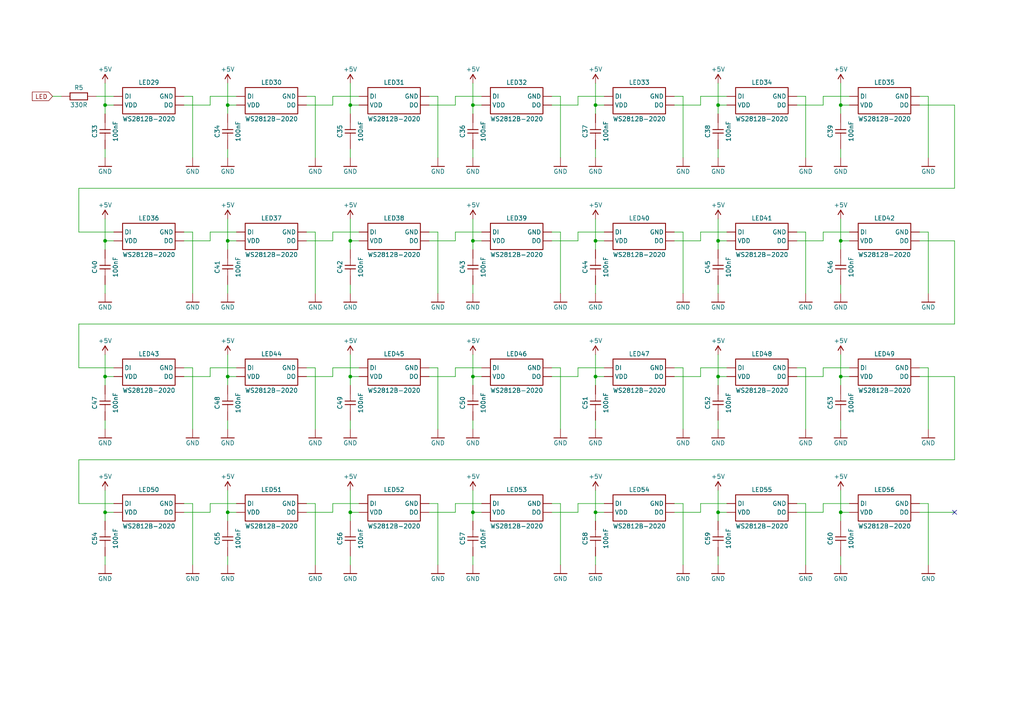
<source format=kicad_sch>
(kicad_sch (version 20250114) (generator "eeschema") (generator_version "9.0")
  (paper "A4")
  (title_block (title "PF 2026") (date "2025-12-15") (rev "R1.0"))
  (junction (at 137.16 30.48))
  (junction (at 172.72 109.22))
  (junction (at 137.16 148.59))
  (junction (at 208.28 69.85))
  (junction (at 243.84 148.59))
  (junction (at 208.28 109.22))
  (junction (at 243.84 69.85))
  (junction (at 66.04 109.22))
  (junction (at 66.04 30.48))
  (junction (at 66.04 148.59))
  (junction (at 243.84 109.22))
  (junction (at 172.72 30.48))
  (junction (at 30.48 148.59))
  (junction (at 208.28 148.59))
  (junction (at 30.48 69.85))
  (junction (at 30.48 30.48))
  (junction (at 101.6 30.48))
  (junction (at 137.16 109.22))
  (junction (at 172.72 69.85))
  (junction (at 101.6 69.85))
  (junction (at 243.84 30.48))
  (junction (at 172.72 148.59))
  (junction (at 30.48 109.22))
  (junction (at 137.16 69.85))
  (junction (at 66.04 69.85))
  (junction (at 101.6 109.22))
  (junction (at 208.28 30.48))
  (junction (at 101.6 148.59))
  (no_connect (at 276.86 148.59))
  (wire (pts (xy 167.64 30.48) (xy 167.64 27.94)))
  (wire (pts (xy 172.72 43.18) (xy 172.72 45.72)))
  (wire (pts (xy 101.6 151.13) (xy 101.6 148.59)))
  (wire (pts (xy 91.44 146.05) (xy 88.9 146.05)))
  (wire (pts (xy 167.64 27.94) (xy 175.26 27.94)))
  (wire (pts (xy 167.64 146.05) (xy 175.26 146.05)))
  (wire (pts (xy 203.2 30.48) (xy 203.2 27.94)))
  (wire (pts (xy 66.04 69.85) (xy 68.58 69.85)))
  (wire (pts (xy 66.04 30.48) (xy 68.58 30.48)))
  (wire (pts (xy 22.86 146.05) (xy 33.02 146.05)))
  (wire (pts (xy 160.02 69.85) (xy 167.64 69.85)))
  (wire (pts (xy 30.48 63.5) (xy 30.48 69.85)))
  (wire (pts (xy 238.76 146.05) (xy 246.38 146.05)))
  (wire (pts (xy 101.6 82.55) (xy 101.6 85.09)))
  (wire (pts (xy 167.64 109.22) (xy 167.64 106.68)))
  (wire (pts (xy 208.28 148.59) (xy 210.82 148.59)))
  (wire (pts (xy 60.96 146.05) (xy 68.58 146.05)))
  (wire (pts (xy 22.86 93.98) (xy 276.86 93.98)))
  (wire (pts (xy 269.24 67.31) (xy 266.7 67.31)))
  (wire (pts (xy 172.72 72.39) (xy 172.72 69.85)))
  (wire (pts (xy 66.04 33.02) (xy 66.04 30.48)))
  (wire (pts (xy 208.28 72.39) (xy 208.28 69.85)))
  (wire (pts (xy 30.48 121.92) (xy 30.48 124.46)))
  (wire (pts (xy 66.04 151.13) (xy 66.04 148.59)))
  (wire (pts (xy 167.64 106.68) (xy 175.26 106.68)))
  (wire (pts (xy 172.72 148.59) (xy 175.26 148.59)))
  (wire (pts (xy 198.12 45.72) (xy 198.12 27.94)))
  (wire (pts (xy 198.12 106.68) (xy 195.58 106.68)))
  (wire (pts (xy 160.02 30.48) (xy 167.64 30.48)))
  (wire (pts (xy 66.04 63.5) (xy 66.04 69.85)))
  (wire (pts (xy 96.52 109.22) (xy 96.52 106.68)))
  (wire (pts (xy 124.46 69.85) (xy 132.08 69.85)))
  (wire (pts (xy 66.04 102.87) (xy 66.04 109.22)))
  (wire (pts (xy 137.16 69.85) (xy 139.7 69.85)))
  (wire (pts (xy 243.84 24.13) (xy 243.84 30.48)))
  (wire (pts (xy 276.86 133.35) (xy 276.86 109.22)))
  (wire (pts (xy 22.86 133.35) (xy 276.86 133.35)))
  (wire (pts (xy 101.6 121.92) (xy 101.6 124.46)))
  (wire (pts (xy 101.6 69.85) (xy 104.14 69.85)))
  (wire (pts (xy 66.04 121.92) (xy 66.04 124.46)))
  (wire (pts (xy 30.48 30.48) (xy 33.02 30.48)))
  (wire (pts (xy 233.68 146.05) (xy 231.14 146.05)))
  (wire (pts (xy 88.9 69.85) (xy 96.52 69.85)))
  (wire (pts (xy 203.2 27.94) (xy 210.82 27.94)))
  (wire (pts (xy 66.04 72.39) (xy 66.04 69.85)))
  (wire (pts (xy 127 163.83) (xy 127 146.05)))
  (wire (pts (xy 208.28 43.18) (xy 208.28 45.72)))
  (wire (pts (xy 198.12 85.09) (xy 198.12 67.31)))
  (wire (pts (xy 172.72 121.92) (xy 172.72 124.46)))
  (wire (pts (xy 203.2 146.05) (xy 210.82 146.05)))
  (wire (pts (xy 124.46 148.59) (xy 132.08 148.59)))
  (wire (pts (xy 208.28 69.85) (xy 210.82 69.85)))
  (wire (pts (xy 233.68 27.94) (xy 231.14 27.94)))
  (wire (pts (xy 66.04 43.18) (xy 66.04 45.72)))
  (wire (pts (xy 60.96 106.68) (xy 68.58 106.68)))
  (wire (pts (xy 127 67.31) (xy 124.46 67.31)))
  (wire (pts (xy 172.72 69.85) (xy 175.26 69.85)))
  (wire (pts (xy 269.24 27.94) (xy 266.7 27.94)))
  (wire (pts (xy 208.28 142.24) (xy 208.28 148.59)))
  (wire (pts (xy 60.96 109.22) (xy 60.96 106.68)))
  (wire (pts (xy 172.72 102.87) (xy 172.72 109.22)))
  (wire (pts (xy 208.28 111.76) (xy 208.28 109.22)))
  (wire (pts (xy 198.12 146.05) (xy 195.58 146.05)))
  (wire (pts (xy 30.48 72.39) (xy 30.48 69.85)))
  (wire (pts (xy 132.08 106.68) (xy 139.7 106.68)))
  (wire (pts (xy 266.7 148.59) (xy 276.86 148.59)))
  (wire (pts (xy 233.68 85.09) (xy 233.68 67.31)))
  (wire (pts (xy 266.7 109.22) (xy 276.86 109.22)))
  (wire (pts (xy 30.48 151.13) (xy 30.48 148.59)))
  (wire (pts (xy 203.2 106.68) (xy 210.82 106.68)))
  (wire (pts (xy 203.2 148.59) (xy 203.2 146.05)))
  (wire (pts (xy 53.34 109.22) (xy 60.96 109.22)))
  (wire (pts (xy 53.34 148.59) (xy 60.96 148.59)))
  (wire (pts (xy 101.6 161.29) (xy 101.6 163.83)))
  (wire (pts (xy 30.48 33.02) (xy 30.48 30.48)))
  (wire (pts (xy 203.2 69.85) (xy 203.2 67.31)))
  (wire (pts (xy 22.86 67.31) (xy 22.86 54.61)))
  (wire (pts (xy 88.9 109.22) (xy 96.52 109.22)))
  (wire (pts (xy 60.96 30.48) (xy 60.96 27.94)))
  (wire (pts (xy 162.56 45.72) (xy 162.56 27.94)))
  (wire (pts (xy 127 124.46) (xy 127 106.68)))
  (wire (pts (xy 231.14 148.59) (xy 238.76 148.59)))
  (wire (pts (xy 30.48 102.87) (xy 30.48 109.22)))
  (wire (pts (xy 172.72 161.29) (xy 172.72 163.83)))
  (wire (pts (xy 66.04 161.29) (xy 66.04 163.83)))
  (wire (pts (xy 195.58 30.48) (xy 203.2 30.48)))
  (wire (pts (xy 22.86 54.61) (xy 276.86 54.61)))
  (wire (pts (xy 208.28 63.5) (xy 208.28 69.85)))
  (wire (pts (xy 96.52 106.68) (xy 104.14 106.68)))
  (wire (pts (xy 101.6 111.76) (xy 101.6 109.22)))
  (wire (pts (xy 101.6 43.18) (xy 101.6 45.72)))
  (wire (pts (xy 30.48 148.59) (xy 33.02 148.59)))
  (wire (pts (xy 160.02 109.22) (xy 167.64 109.22)))
  (wire (pts (xy 15.24 27.94) (xy 17.78 27.94)))
  (wire (pts (xy 60.96 69.85) (xy 60.96 67.31)))
  (wire (pts (xy 269.24 45.72) (xy 269.24 27.94)))
  (wire (pts (xy 203.2 67.31) (xy 210.82 67.31)))
  (wire (pts (xy 137.16 148.59) (xy 139.7 148.59)))
  (wire (pts (xy 162.56 67.31) (xy 160.02 67.31)))
  (wire (pts (xy 269.24 85.09) (xy 269.24 67.31)))
  (wire (pts (xy 101.6 109.22) (xy 104.14 109.22)))
  (wire (pts (xy 172.72 30.48) (xy 175.26 30.48)))
  (wire (pts (xy 208.28 121.92) (xy 208.28 124.46)))
  (wire (pts (xy 55.88 27.94) (xy 53.34 27.94)))
  (wire (pts (xy 27.94 27.94) (xy 33.02 27.94)))
  (wire (pts (xy 91.44 163.83) (xy 91.44 146.05)))
  (wire (pts (xy 96.52 67.31) (xy 104.14 67.31)))
  (wire (pts (xy 172.72 82.55) (xy 172.72 85.09)))
  (wire (pts (xy 101.6 63.5) (xy 101.6 69.85)))
  (wire (pts (xy 276.86 54.61) (xy 276.86 30.48)))
  (wire (pts (xy 198.12 27.94) (xy 195.58 27.94)))
  (wire (pts (xy 137.16 111.76) (xy 137.16 109.22)))
  (wire (pts (xy 160.02 148.59) (xy 167.64 148.59)))
  (wire (pts (xy 195.58 148.59) (xy 203.2 148.59)))
  (wire (pts (xy 137.16 109.22) (xy 139.7 109.22)))
  (wire (pts (xy 66.04 24.13) (xy 66.04 30.48)))
  (wire (pts (xy 172.72 63.5) (xy 172.72 69.85)))
  (wire (pts (xy 137.16 72.39) (xy 137.16 69.85)))
  (wire (pts (xy 269.24 163.83) (xy 269.24 146.05)))
  (wire (pts (xy 101.6 33.02) (xy 101.6 30.48)))
  (wire (pts (xy 132.08 30.48) (xy 132.08 27.94)))
  (wire (pts (xy 101.6 102.87) (xy 101.6 109.22)))
  (wire (pts (xy 233.68 67.31) (xy 231.14 67.31)))
  (wire (pts (xy 172.72 24.13) (xy 172.72 30.48)))
  (wire (pts (xy 243.84 43.18) (xy 243.84 45.72)))
  (wire (pts (xy 198.12 124.46) (xy 198.12 106.68)))
  (wire (pts (xy 132.08 69.85) (xy 132.08 67.31)))
  (wire (pts (xy 53.34 30.48) (xy 60.96 30.48)))
  (wire (pts (xy 172.72 142.24) (xy 172.72 148.59)))
  (wire (pts (xy 22.86 106.68) (xy 33.02 106.68)))
  (wire (pts (xy 137.16 151.13) (xy 137.16 148.59)))
  (wire (pts (xy 269.24 146.05) (xy 266.7 146.05)))
  (wire (pts (xy 243.84 142.24) (xy 243.84 148.59)))
  (wire (pts (xy 127 45.72) (xy 127 27.94)))
  (wire (pts (xy 233.68 163.83) (xy 233.68 146.05)))
  (wire (pts (xy 124.46 30.48) (xy 132.08 30.48)))
  (wire (pts (xy 238.76 67.31) (xy 246.38 67.31)))
  (wire (pts (xy 66.04 82.55) (xy 66.04 85.09)))
  (wire (pts (xy 243.84 33.02) (xy 243.84 30.48)))
  (wire (pts (xy 66.04 142.24) (xy 66.04 148.59)))
  (wire (pts (xy 96.52 69.85) (xy 96.52 67.31)))
  (wire (pts (xy 208.28 30.48) (xy 210.82 30.48)))
  (wire (pts (xy 96.52 27.94) (xy 104.14 27.94)))
  (wire (pts (xy 132.08 27.94) (xy 139.7 27.94)))
  (wire (pts (xy 172.72 109.22) (xy 175.26 109.22)))
  (wire (pts (xy 162.56 106.68) (xy 160.02 106.68)))
  (wire (pts (xy 30.48 142.24) (xy 30.48 148.59)))
  (wire (pts (xy 60.96 148.59) (xy 60.96 146.05)))
  (wire (pts (xy 162.56 146.05) (xy 160.02 146.05)))
  (wire (pts (xy 30.48 111.76) (xy 30.48 109.22)))
  (wire (pts (xy 172.72 111.76) (xy 172.72 109.22)))
  (wire (pts (xy 22.86 106.68) (xy 22.86 93.98)))
  (wire (pts (xy 30.48 69.85) (xy 33.02 69.85)))
  (wire (pts (xy 60.96 27.94) (xy 68.58 27.94)))
  (wire (pts (xy 55.88 146.05) (xy 53.34 146.05)))
  (wire (pts (xy 124.46 109.22) (xy 132.08 109.22)))
  (wire (pts (xy 66.04 148.59) (xy 68.58 148.59)))
  (wire (pts (xy 137.16 82.55) (xy 137.16 85.09)))
  (wire (pts (xy 66.04 111.76) (xy 66.04 109.22)))
  (wire (pts (xy 208.28 151.13) (xy 208.28 148.59)))
  (wire (pts (xy 55.88 45.72) (xy 55.88 27.94)))
  (wire (pts (xy 96.52 148.59) (xy 96.52 146.05)))
  (wire (pts (xy 30.48 161.29) (xy 30.48 163.83)))
  (wire (pts (xy 208.28 102.87) (xy 208.28 109.22)))
  (wire (pts (xy 127 106.68) (xy 124.46 106.68)))
  (wire (pts (xy 132.08 67.31) (xy 139.7 67.31)))
  (wire (pts (xy 132.08 146.05) (xy 139.7 146.05)))
  (wire (pts (xy 266.7 30.48) (xy 276.86 30.48)))
  (wire (pts (xy 238.76 27.94) (xy 246.38 27.94)))
  (wire (pts (xy 91.44 106.68) (xy 88.9 106.68)))
  (wire (pts (xy 243.84 109.22) (xy 246.38 109.22)))
  (wire (pts (xy 208.28 161.29) (xy 208.28 163.83)))
  (wire (pts (xy 137.16 121.92) (xy 137.16 124.46)))
  (wire (pts (xy 269.24 124.46) (xy 269.24 106.68)))
  (wire (pts (xy 30.48 109.22) (xy 33.02 109.22)))
  (wire (pts (xy 243.84 111.76) (xy 243.84 109.22)))
  (wire (pts (xy 195.58 109.22) (xy 203.2 109.22)))
  (wire (pts (xy 162.56 124.46) (xy 162.56 106.68)))
  (wire (pts (xy 137.16 24.13) (xy 137.16 30.48)))
  (wire (pts (xy 198.12 163.83) (xy 198.12 146.05)))
  (wire (pts (xy 137.16 33.02) (xy 137.16 30.48)))
  (wire (pts (xy 127 85.09) (xy 127 67.31)))
  (wire (pts (xy 55.88 163.83) (xy 55.88 146.05)))
  (wire (pts (xy 91.44 27.94) (xy 88.9 27.94)))
  (wire (pts (xy 231.14 69.85) (xy 238.76 69.85)))
  (wire (pts (xy 30.48 43.18) (xy 30.48 45.72)))
  (wire (pts (xy 233.68 106.68) (xy 231.14 106.68)))
  (wire (pts (xy 53.34 69.85) (xy 60.96 69.85)))
  (wire (pts (xy 137.16 63.5) (xy 137.16 69.85)))
  (wire (pts (xy 243.84 72.39) (xy 243.84 69.85)))
  (wire (pts (xy 55.88 124.46) (xy 55.88 106.68)))
  (wire (pts (xy 162.56 85.09) (xy 162.56 67.31)))
  (wire (pts (xy 60.96 67.31) (xy 68.58 67.31)))
  (wire (pts (xy 203.2 109.22) (xy 203.2 106.68)))
  (wire (pts (xy 208.28 33.02) (xy 208.28 30.48)))
  (wire (pts (xy 91.44 124.46) (xy 91.44 106.68)))
  (wire (pts (xy 137.16 102.87) (xy 137.16 109.22)))
  (wire (pts (xy 172.72 33.02) (xy 172.72 30.48)))
  (wire (pts (xy 127 27.94) (xy 124.46 27.94)))
  (wire (pts (xy 233.68 124.46) (xy 233.68 106.68)))
  (wire (pts (xy 91.44 85.09) (xy 91.44 67.31)))
  (wire (pts (xy 137.16 161.29) (xy 137.16 163.83)))
  (wire (pts (xy 101.6 148.59) (xy 104.14 148.59)))
  (wire (pts (xy 22.86 146.05) (xy 22.86 133.35)))
  (wire (pts (xy 137.16 43.18) (xy 137.16 45.72)))
  (wire (pts (xy 55.88 85.09) (xy 55.88 67.31)))
  (wire (pts (xy 91.44 67.31) (xy 88.9 67.31)))
  (wire (pts (xy 66.04 109.22) (xy 68.58 109.22)))
  (wire (pts (xy 96.52 146.05) (xy 104.14 146.05)))
  (wire (pts (xy 238.76 69.85) (xy 238.76 67.31)))
  (wire (pts (xy 30.48 82.55) (xy 30.48 85.09)))
  (wire (pts (xy 30.48 24.13) (xy 30.48 30.48)))
  (wire (pts (xy 238.76 106.68) (xy 246.38 106.68)))
  (wire (pts (xy 55.88 67.31) (xy 53.34 67.31)))
  (wire (pts (xy 137.16 142.24) (xy 137.16 148.59)))
  (wire (pts (xy 132.08 109.22) (xy 132.08 106.68)))
  (wire (pts (xy 88.9 148.59) (xy 96.52 148.59)))
  (wire (pts (xy 195.58 69.85) (xy 203.2 69.85)))
  (wire (pts (xy 88.9 30.48) (xy 96.52 30.48)))
  (wire (pts (xy 22.86 67.31) (xy 33.02 67.31)))
  (wire (pts (xy 137.16 30.48) (xy 139.7 30.48)))
  (wire (pts (xy 269.24 106.68) (xy 266.7 106.68)))
  (wire (pts (xy 91.44 45.72) (xy 91.44 27.94)))
  (wire (pts (xy 101.6 30.48) (xy 104.14 30.48)))
  (wire (pts (xy 243.84 161.29) (xy 243.84 163.83)))
  (wire (pts (xy 243.84 151.13) (xy 243.84 148.59)))
  (wire (pts (xy 243.84 63.5) (xy 243.84 69.85)))
  (wire (pts (xy 238.76 30.48) (xy 238.76 27.94)))
  (wire (pts (xy 55.88 106.68) (xy 53.34 106.68)))
  (wire (pts (xy 162.56 163.83) (xy 162.56 146.05)))
  (wire (pts (xy 167.64 67.31) (xy 175.26 67.31)))
  (wire (pts (xy 231.14 109.22) (xy 238.76 109.22)))
  (wire (pts (xy 167.64 69.85) (xy 167.64 67.31)))
  (wire (pts (xy 101.6 142.24) (xy 101.6 148.59)))
  (wire (pts (xy 208.28 24.13) (xy 208.28 30.48)))
  (wire (pts (xy 233.68 45.72) (xy 233.68 27.94)))
  (wire (pts (xy 96.52 30.48) (xy 96.52 27.94)))
  (wire (pts (xy 238.76 148.59) (xy 238.76 146.05)))
  (wire (pts (xy 167.64 148.59) (xy 167.64 146.05)))
  (wire (pts (xy 127 146.05) (xy 124.46 146.05)))
  (wire (pts (xy 132.08 148.59) (xy 132.08 146.05)))
  (wire (pts (xy 243.84 69.85) (xy 246.38 69.85)))
  (wire (pts (xy 266.7 69.85) (xy 276.86 69.85)))
  (wire (pts (xy 243.84 121.92) (xy 243.84 124.46)))
  (wire (pts (xy 276.86 93.98) (xy 276.86 69.85)))
  (wire (pts (xy 243.84 82.55) (xy 243.84 85.09)))
  (wire (pts (xy 172.72 151.13) (xy 172.72 148.59)))
  (wire (pts (xy 243.84 148.59) (xy 246.38 148.59)))
  (wire (pts (xy 208.28 109.22) (xy 210.82 109.22)))
  (wire (pts (xy 238.76 109.22) (xy 238.76 106.68)))
  (wire (pts (xy 101.6 24.13) (xy 101.6 30.48)))
  (wire (pts (xy 243.84 102.87) (xy 243.84 109.22)))
  (wire (pts (xy 231.14 30.48) (xy 238.76 30.48)))
  (wire (pts (xy 162.56 27.94) (xy 160.02 27.94)))
  (wire (pts (xy 198.12 67.31) (xy 195.58 67.31)))
  (wire (pts (xy 208.28 82.55) (xy 208.28 85.09)))
  (wire (pts (xy 243.84 30.48) (xy 246.38 30.48)))
  (wire (pts (xy 101.6 72.39) (xy 101.6 69.85)))
  (global_label "LED" (shape input) (at 15.24 27.94 180) (property "Intersheetrefs" "${INTERSHEET_REFS}" (effects (hide yes))))
  (symbol (lib_id "bh-supply:+5V") (at 30.48 142.24 0) (unit 1)
    (property "Reference" "+5V053" (effects (hide yes)))
    (property "Value" "+5V" (at 30.48 138.938 0) (effects (justify bottom)))
  )
  (symbol (lib_id "bh-supply:GND") (at 101.6 48.26 0) (mirror y) (unit 1)
    (property "Reference" "GND075" (effects (hide yes)))
    (property "Value" "GND" (at 101.6 49.022 0) (effects (justify top)))
  )
  (symbol (lib_id "bh-supply:GND") (at 208.28 166.37 0) (mirror y) (unit 1)
    (property "Reference" "GND0123" (effects (hide yes)))
    (property "Value" "GND" (at 208.28 167.132 0) (effects (justify top)))
  )
  (symbol (lib_id "bh-capacitor:C-0402-100NF") (at 66.04 38.1 0) (unit 1)
    (property "Reference" "C34" (at 63.754 38.1 90) (effects (justify bottom)))
    (property "Value" "100nF" (at 68.326 38.1 90) (effects (justify top)))
    (property "Footprint" "bh-capacitor:CAPACITOR-0402_R" (effects (hide yes)))
    (property "Description" "Capacitor 100nF 10% ≥25V X5R" (effects (hide yes)))
    (property "Package Description" "0402" (effects (hide yes)))
    (property "Mounting Technology" "SMT" (effects (hide yes)))
    (property "Manufacturer Name" "AVX" (effects (hide yes)))
    (property "BHPN" "BH-C-0402-100NF" (effects (hide yes)))
  )
  (symbol (lib_id "bh-supply:GND") (at 162.56 48.26 0) (mirror y) (unit 1)
    (property "Reference" "GND078" (effects (hide yes)))
    (property "Value" "GND" (at 162.56 49.022 0) (effects (justify top)))
  )
  (symbol (lib_id "bc-led:LED-WS2812B-2020") (at 43.18 29.21 0) (unit 1)
    (property "Reference" "LED29" (at 43.18 24.638 0) (effects (justify bottom)))
    (property "Value" "WS2812B-2020" (at 43.18 33.782 0) (effects (justify top)))
    (property "Footprint" "bc-led:WS2812B-2020_R" (effects (hide yes)))
    (property "Description" "RGB LED 500,300,1500mcd 3.7-5.3V" (effects (hide yes)))
    (property "Supplier Part Number" "WS2812B-2020" (effects (hide yes)))
    (property "Supplier Name" "TME" (effects (hide yes)))
    (property "Manufacturer Part Number" "WS2812B-2020" (effects (hide yes)))
    (property "Manufacturer Name" "WORLDSEMI" (effects (hide yes)))
    (property "Mounting Technology" "SMT" (effects (hide yes)))
    (property "Package Description" "2x2x0,84mm" (effects (hide yes)))
    (property "BCPN" "BC-LED-WS2812B-2020" (effects (hide yes)))
  )
  (symbol (lib_id "bh-supply:GND") (at 127 127 0) (mirror y) (unit 1)
    (property "Reference" "GND0104" (effects (hide yes)))
    (property "Value" "GND" (at 127 127.762 0) (effects (justify top)))
  )
  (symbol (lib_id "bh-capacitor:C-0402-100NF") (at 66.04 77.47 0) (unit 1)
    (property "Reference" "C41" (at 63.754 77.47 90) (effects (justify bottom)))
    (property "Value" "100nF" (at 68.326 77.47 90) (effects (justify top)))
    (property "Footprint" "bh-capacitor:CAPACITOR-0402_R" (effects (hide yes)))
    (property "Description" "Capacitor 100nF 10% ≥25V X5R" (effects (hide yes)))
    (property "Package Description" "0402" (effects (hide yes)))
    (property "Mounting Technology" "SMT" (effects (hide yes)))
    (property "Manufacturer Name" "AVX" (effects (hide yes)))
    (property "BHPN" "BH-C-0402-100NF" (effects (hide yes)))
  )
  (symbol (lib_id "bh-capacitor:C-0402-100NF") (at 208.28 77.47 0) (unit 1)
    (property "Reference" "C45" (at 205.994 77.47 90) (effects (justify bottom)))
    (property "Value" "100nF" (at 210.566 77.47 90) (effects (justify top)))
    (property "Footprint" "bh-capacitor:CAPACITOR-0402_R" (effects (hide yes)))
    (property "Description" "Capacitor 100nF 10% ≥25V X5R" (effects (hide yes)))
    (property "Package Description" "0402" (effects (hide yes)))
    (property "Mounting Technology" "SMT" (effects (hide yes)))
    (property "Manufacturer Name" "AVX" (effects (hide yes)))
    (property "BHPN" "BH-C-0402-100NF" (effects (hide yes)))
  )
  (symbol (lib_id "bc-led:LED-WS2812B-2020") (at 220.98 107.95 0) (unit 1)
    (property "Reference" "LED48" (at 220.98 103.378 0) (effects (justify bottom)))
    (property "Value" "WS2812B-2020" (at 220.98 112.522 0) (effects (justify top)))
    (property "Footprint" "bc-led:WS2812B-2020_R" (effects (hide yes)))
    (property "Description" "RGB LED 500,300,1500mcd 3.7-5.3V" (effects (hide yes)))
    (property "Supplier Part Number" "WS2812B-2020" (effects (hide yes)))
    (property "Supplier Name" "TME" (effects (hide yes)))
    (property "Manufacturer Part Number" "WS2812B-2020" (effects (hide yes)))
    (property "Manufacturer Name" "WORLDSEMI" (effects (hide yes)))
    (property "Mounting Technology" "SMT" (effects (hide yes)))
    (property "Package Description" "2x2x0,84mm" (effects (hide yes)))
    (property "BCPN" "BC-LED-WS2812B-2020" (effects (hide yes)))
  )
  (symbol (lib_id "bc-led:LED-WS2812B-2020") (at 78.74 29.21 0) (unit 1)
    (property "Reference" "LED30" (at 78.74 24.638 0) (effects (justify bottom)))
    (property "Value" "WS2812B-2020" (at 78.74 33.782 0) (effects (justify top)))
    (property "Footprint" "bc-led:WS2812B-2020_R" (effects (hide yes)))
    (property "Description" "RGB LED 500,300,1500mcd 3.7-5.3V" (effects (hide yes)))
    (property "Supplier Part Number" "WS2812B-2020" (effects (hide yes)))
    (property "Supplier Name" "TME" (effects (hide yes)))
    (property "Manufacturer Part Number" "WS2812B-2020" (effects (hide yes)))
    (property "Manufacturer Name" "WORLDSEMI" (effects (hide yes)))
    (property "Mounting Technology" "SMT" (effects (hide yes)))
    (property "Package Description" "2x2x0,84mm" (effects (hide yes)))
    (property "BCPN" "BC-LED-WS2812B-2020" (effects (hide yes)))
  )
  (symbol (lib_id "bh-supply:GND") (at 269.24 127 0) (mirror y) (unit 1)
    (property "Reference" "GND0112" (effects (hide yes)))
    (property "Value" "GND" (at 269.24 127.762 0) (effects (justify top)))
  )
  (symbol (lib_id "bh-supply:GND") (at 233.68 127 0) (mirror y) (unit 1)
    (property "Reference" "GND0110" (effects (hide yes)))
    (property "Value" "GND" (at 233.68 127.762 0) (effects (justify top)))
  )
  (symbol (lib_id "bc-led:LED-WS2812B-2020") (at 256.54 68.58 0) (unit 1)
    (property "Reference" "LED42" (at 256.54 64.008 0) (effects (justify bottom)))
    (property "Value" "WS2812B-2020" (at 256.54 73.152 0) (effects (justify top)))
    (property "Footprint" "bc-led:WS2812B-2020_R" (effects (hide yes)))
    (property "Description" "RGB LED 500,300,1500mcd 3.7-5.3V" (effects (hide yes)))
    (property "Supplier Part Number" "WS2812B-2020" (effects (hide yes)))
    (property "Supplier Name" "TME" (effects (hide yes)))
    (property "Manufacturer Part Number" "WS2812B-2020" (effects (hide yes)))
    (property "Manufacturer Name" "WORLDSEMI" (effects (hide yes)))
    (property "Mounting Technology" "SMT" (effects (hide yes)))
    (property "Package Description" "2x2x0,84mm" (effects (hide yes)))
    (property "BCPN" "BC-LED-WS2812B-2020" (effects (hide yes)))
  )
  (symbol (lib_id "bc-led:LED-WS2812B-2020") (at 220.98 29.21 0) (unit 1)
    (property "Reference" "LED34" (at 220.98 24.638 0) (effects (justify bottom)))
    (property "Value" "WS2812B-2020" (at 220.98 33.782 0) (effects (justify top)))
    (property "Footprint" "bc-led:WS2812B-2020_R" (effects (hide yes)))
    (property "Description" "RGB LED 500,300,1500mcd 3.7-5.3V" (effects (hide yes)))
    (property "Supplier Part Number" "WS2812B-2020" (effects (hide yes)))
    (property "Supplier Name" "TME" (effects (hide yes)))
    (property "Manufacturer Part Number" "WS2812B-2020" (effects (hide yes)))
    (property "Manufacturer Name" "WORLDSEMI" (effects (hide yes)))
    (property "Mounting Technology" "SMT" (effects (hide yes)))
    (property "Package Description" "2x2x0,84mm" (effects (hide yes)))
    (property "BCPN" "BC-LED-WS2812B-2020" (effects (hide yes)))
  )
  (symbol (lib_id "bc-led:LED-WS2812B-2020") (at 185.42 147.32 0) (unit 1)
    (property "Reference" "LED54" (at 185.42 142.748 0) (effects (justify bottom)))
    (property "Value" "WS2812B-2020" (at 185.42 151.892 0) (effects (justify top)))
    (property "Footprint" "bc-led:WS2812B-2020_R" (effects (hide yes)))
    (property "Description" "RGB LED 500,300,1500mcd 3.7-5.3V" (effects (hide yes)))
    (property "Supplier Part Number" "WS2812B-2020" (effects (hide yes)))
    (property "Supplier Name" "TME" (effects (hide yes)))
    (property "Manufacturer Part Number" "WS2812B-2020" (effects (hide yes)))
    (property "Manufacturer Name" "WORLDSEMI" (effects (hide yes)))
    (property "Mounting Technology" "SMT" (effects (hide yes)))
    (property "Package Description" "2x2x0,84mm" (effects (hide yes)))
    (property "BCPN" "BC-LED-WS2812B-2020" (effects (hide yes)))
  )
  (symbol (lib_id "bh-supply:GND") (at 137.16 166.37 0) (mirror y) (unit 1)
    (property "Reference" "GND0119" (effects (hide yes)))
    (property "Value" "GND" (at 137.16 167.132 0) (effects (justify top)))
  )
  (symbol (lib_id "bh-supply:GND") (at 55.88 166.37 0) (mirror y) (unit 1)
    (property "Reference" "GND0114" (effects (hide yes)))
    (property "Value" "GND" (at 55.88 167.132 0) (effects (justify top)))
  )
  (symbol (lib_id "bh-capacitor:C-0402-100NF") (at 243.84 116.84 0) (unit 1)
    (property "Reference" "C53" (at 241.554 116.84 90) (effects (justify bottom)))
    (property "Value" "100nF" (at 246.126 116.84 90) (effects (justify top)))
    (property "Footprint" "bh-capacitor:CAPACITOR-0402_R" (effects (hide yes)))
    (property "Description" "Capacitor 100nF 10% ≥25V X5R" (effects (hide yes)))
    (property "Package Description" "0402" (effects (hide yes)))
    (property "Mounting Technology" "SMT" (effects (hide yes)))
    (property "Manufacturer Name" "AVX" (effects (hide yes)))
    (property "BHPN" "BH-C-0402-100NF" (effects (hide yes)))
  )
  (symbol (lib_id "bh-supply:+5V") (at 101.6 63.5 0) (unit 1)
    (property "Reference" "+5V041" (effects (hide yes)))
    (property "Value" "+5V" (at 101.6 60.198 0) (effects (justify bottom)))
  )
  (symbol (lib_id "bh-supply:+5V") (at 30.48 63.5 0) (unit 1)
    (property "Reference" "+5V039" (effects (hide yes)))
    (property "Value" "+5V" (at 30.48 60.198 0) (effects (justify bottom)))
  )
  (symbol (lib_id "bh-supply:GND") (at 162.56 166.37 0) (mirror y) (unit 1)
    (property "Reference" "GND0120" (effects (hide yes)))
    (property "Value" "GND" (at 162.56 167.132 0) (effects (justify top)))
  )
  (symbol (lib_id "bc-led:LED-WS2812B-2020") (at 149.86 29.21 0) (unit 1)
    (property "Reference" "LED32" (at 149.86 24.638 0) (effects (justify bottom)))
    (property "Value" "WS2812B-2020" (at 149.86 33.782 0) (effects (justify top)))
    (property "Footprint" "bc-led:WS2812B-2020_R" (effects (hide yes)))
    (property "Description" "RGB LED 500,300,1500mcd 3.7-5.3V" (effects (hide yes)))
    (property "Supplier Part Number" "WS2812B-2020" (effects (hide yes)))
    (property "Supplier Name" "TME" (effects (hide yes)))
    (property "Manufacturer Part Number" "WS2812B-2020" (effects (hide yes)))
    (property "Manufacturer Name" "WORLDSEMI" (effects (hide yes)))
    (property "Mounting Technology" "SMT" (effects (hide yes)))
    (property "Package Description" "2x2x0,84mm" (effects (hide yes)))
    (property "BCPN" "BC-LED-WS2812B-2020" (effects (hide yes)))
  )
  (symbol (lib_id "bh-capacitor:C-0402-100NF") (at 208.28 116.84 0) (unit 1)
    (property "Reference" "C52" (at 205.994 116.84 90) (effects (justify bottom)))
    (property "Value" "100nF" (at 210.566 116.84 90) (effects (justify top)))
    (property "Footprint" "bh-capacitor:CAPACITOR-0402_R" (effects (hide yes)))
    (property "Description" "Capacitor 100nF 10% ≥25V X5R" (effects (hide yes)))
    (property "Package Description" "0402" (effects (hide yes)))
    (property "Mounting Technology" "SMT" (effects (hide yes)))
    (property "Manufacturer Name" "AVX" (effects (hide yes)))
    (property "BHPN" "BH-C-0402-100NF" (effects (hide yes)))
  )
  (symbol (lib_id "bh-capacitor:C-0402-100NF") (at 30.48 116.84 0) (unit 1)
    (property "Reference" "C47" (at 28.194 116.84 90) (effects (justify bottom)))
    (property "Value" "100nF" (at 32.766 116.84 90) (effects (justify top)))
    (property "Footprint" "bh-capacitor:CAPACITOR-0402_R" (effects (hide yes)))
    (property "Description" "Capacitor 100nF 10% ≥25V X5R" (effects (hide yes)))
    (property "Package Description" "0402" (effects (hide yes)))
    (property "Mounting Technology" "SMT" (effects (hide yes)))
    (property "Manufacturer Name" "AVX" (effects (hide yes)))
    (property "BHPN" "BH-C-0402-100NF" (effects (hide yes)))
  )
  (symbol (lib_id "bc-led:LED-WS2812B-2020") (at 220.98 68.58 0) (unit 1)
    (property "Reference" "LED41" (at 220.98 64.008 0) (effects (justify bottom)))
    (property "Value" "WS2812B-2020" (at 220.98 73.152 0) (effects (justify top)))
    (property "Footprint" "bc-led:WS2812B-2020_R" (effects (hide yes)))
    (property "Description" "RGB LED 500,300,1500mcd 3.7-5.3V" (effects (hide yes)))
    (property "Supplier Part Number" "WS2812B-2020" (effects (hide yes)))
    (property "Supplier Name" "TME" (effects (hide yes)))
    (property "Manufacturer Part Number" "WS2812B-2020" (effects (hide yes)))
    (property "Manufacturer Name" "WORLDSEMI" (effects (hide yes)))
    (property "Mounting Technology" "SMT" (effects (hide yes)))
    (property "Package Description" "2x2x0,84mm" (effects (hide yes)))
    (property "BCPN" "BC-LED-WS2812B-2020" (effects (hide yes)))
  )
  (symbol (lib_id "bc-led:LED-WS2812B-2020") (at 43.18 68.58 0) (unit 1)
    (property "Reference" "LED36" (at 43.18 64.008 0) (effects (justify bottom)))
    (property "Value" "WS2812B-2020" (at 43.18 73.152 0) (effects (justify top)))
    (property "Footprint" "bc-led:WS2812B-2020_R" (effects (hide yes)))
    (property "Description" "RGB LED 500,300,1500mcd 3.7-5.3V" (effects (hide yes)))
    (property "Supplier Part Number" "WS2812B-2020" (effects (hide yes)))
    (property "Supplier Name" "TME" (effects (hide yes)))
    (property "Manufacturer Part Number" "WS2812B-2020" (effects (hide yes)))
    (property "Manufacturer Name" "WORLDSEMI" (effects (hide yes)))
    (property "Mounting Technology" "SMT" (effects (hide yes)))
    (property "Package Description" "2x2x0,84mm" (effects (hide yes)))
    (property "BCPN" "BC-LED-WS2812B-2020" (effects (hide yes)))
  )
  (symbol (lib_id "bc-led:LED-WS2812B-2020") (at 256.54 107.95 0) (unit 1)
    (property "Reference" "LED49" (at 256.54 103.378 0) (effects (justify bottom)))
    (property "Value" "WS2812B-2020" (at 256.54 112.522 0) (effects (justify top)))
    (property "Footprint" "bc-led:WS2812B-2020_R" (effects (hide yes)))
    (property "Description" "RGB LED 500,300,1500mcd 3.7-5.3V" (effects (hide yes)))
    (property "Supplier Part Number" "WS2812B-2020" (effects (hide yes)))
    (property "Supplier Name" "TME" (effects (hide yes)))
    (property "Manufacturer Part Number" "WS2812B-2020" (effects (hide yes)))
    (property "Manufacturer Name" "WORLDSEMI" (effects (hide yes)))
    (property "Mounting Technology" "SMT" (effects (hide yes)))
    (property "Package Description" "2x2x0,84mm" (effects (hide yes)))
    (property "BCPN" "BC-LED-WS2812B-2020" (effects (hide yes)))
  )
  (symbol (lib_id "bh-supply:GND") (at 55.88 127 0) (mirror y) (unit 1)
    (property "Reference" "GND0100" (effects (hide yes)))
    (property "Value" "GND" (at 55.88 127.762 0) (effects (justify top)))
  )
  (symbol (lib_id "bh-supply:GND") (at 198.12 48.26 0) (mirror y) (unit 1)
    (property "Reference" "GND080" (effects (hide yes)))
    (property "Value" "GND" (at 198.12 49.022 0) (effects (justify top)))
  )
  (symbol (lib_id "bh-supply:+5V") (at 101.6 142.24 0) (unit 1)
    (property "Reference" "+5V055" (effects (hide yes)))
    (property "Value" "+5V" (at 101.6 138.938 0) (effects (justify bottom)))
  )
  (symbol (lib_id "bh-supply:GND") (at 198.12 87.63 0) (mirror y) (unit 1)
    (property "Reference" "GND094" (effects (hide yes)))
    (property "Value" "GND" (at 198.12 88.392 0) (effects (justify top)))
  )
  (symbol (lib_id "bh-supply:+5V") (at 66.04 24.13 0) (unit 1)
    (property "Reference" "+5V033" (effects (hide yes)))
    (property "Value" "+5V" (at 66.04 20.828 0) (effects (justify bottom)))
  )
  (symbol (lib_id "bh-supply:+5V") (at 243.84 102.87 0) (unit 1)
    (property "Reference" "+5V052" (effects (hide yes)))
    (property "Value" "+5V" (at 243.84 99.568 0) (effects (justify bottom)))
  )
  (symbol (lib_id "bh-supply:+5V") (at 172.72 24.13 0) (unit 1)
    (property "Reference" "+5V036" (effects (hide yes)))
    (property "Value" "+5V" (at 172.72 20.828 0) (effects (justify bottom)))
  )
  (symbol (lib_id "bh-supply:GND") (at 172.72 127 0) (mirror y) (unit 1)
    (property "Reference" "GND0107" (effects (hide yes)))
    (property "Value" "GND" (at 172.72 127.762 0) (effects (justify top)))
  )
  (symbol (lib_id "bh-supply:GND") (at 30.48 127 0) (mirror y) (unit 1)
    (property "Reference" "GND099" (effects (hide yes)))
    (property "Value" "GND" (at 30.48 127.762 0) (effects (justify top)))
  )
  (symbol (lib_id "bh-supply:+5V") (at 101.6 102.87 0) (unit 1)
    (property "Reference" "+5V048" (effects (hide yes)))
    (property "Value" "+5V" (at 101.6 99.568 0) (effects (justify bottom)))
  )
  (symbol (lib_id "bh-supply:+5V") (at 30.48 24.13 0) (unit 1)
    (property "Reference" "+5V032" (effects (hide yes)))
    (property "Value" "+5V" (at 30.48 20.828 0) (effects (justify bottom)))
  )
  (symbol (lib_id "bh-supply:GND") (at 233.68 48.26 0) (mirror y) (unit 1)
    (property "Reference" "GND082" (effects (hide yes)))
    (property "Value" "GND" (at 233.68 49.022 0) (effects (justify top)))
  )
  (symbol (lib_id "bh-capacitor:C-0402-100NF") (at 66.04 116.84 0) (unit 1)
    (property "Reference" "C48" (at 63.754 116.84 90) (effects (justify bottom)))
    (property "Value" "100nF" (at 68.326 116.84 90) (effects (justify top)))
    (property "Footprint" "bh-capacitor:CAPACITOR-0402_R" (effects (hide yes)))
    (property "Description" "Capacitor 100nF 10% ≥25V X5R" (effects (hide yes)))
    (property "Package Description" "0402" (effects (hide yes)))
    (property "Mounting Technology" "SMT" (effects (hide yes)))
    (property "Manufacturer Name" "AVX" (effects (hide yes)))
    (property "BHPN" "BH-C-0402-100NF" (effects (hide yes)))
  )
  (symbol (lib_id "bh-supply:+5V") (at 137.16 24.13 0) (unit 1)
    (property "Reference" "+5V035" (effects (hide yes)))
    (property "Value" "+5V" (at 137.16 20.828 0) (effects (justify bottom)))
  )
  (symbol (lib_id "bc-led:LED-WS2812B-2020") (at 149.86 107.95 0) (unit 1)
    (property "Reference" "LED46" (at 149.86 103.378 0) (effects (justify bottom)))
    (property "Value" "WS2812B-2020" (at 149.86 112.522 0) (effects (justify top)))
    (property "Footprint" "bc-led:WS2812B-2020_R" (effects (hide yes)))
    (property "Description" "RGB LED 500,300,1500mcd 3.7-5.3V" (effects (hide yes)))
    (property "Supplier Part Number" "WS2812B-2020" (effects (hide yes)))
    (property "Supplier Name" "TME" (effects (hide yes)))
    (property "Manufacturer Part Number" "WS2812B-2020" (effects (hide yes)))
    (property "Manufacturer Name" "WORLDSEMI" (effects (hide yes)))
    (property "Mounting Technology" "SMT" (effects (hide yes)))
    (property "Package Description" "2x2x0,84mm" (effects (hide yes)))
    (property "BCPN" "BC-LED-WS2812B-2020" (effects (hide yes)))
  )
  (symbol (lib_id "bh-supply:GND") (at 30.48 48.26 0) (mirror y) (unit 1)
    (property "Reference" "GND071" (effects (hide yes)))
    (property "Value" "GND" (at 30.48 49.022 0) (effects (justify top)))
  )
  (symbol (lib_id "bh-capacitor:C-0402-100NF") (at 30.48 77.47 0) (unit 1)
    (property "Reference" "C40" (at 28.194 77.47 90) (effects (justify bottom)))
    (property "Value" "100nF" (at 32.766 77.47 90) (effects (justify top)))
    (property "Footprint" "bh-capacitor:CAPACITOR-0402_R" (effects (hide yes)))
    (property "Description" "Capacitor 100nF 10% ≥25V X5R" (effects (hide yes)))
    (property "Package Description" "0402" (effects (hide yes)))
    (property "Mounting Technology" "SMT" (effects (hide yes)))
    (property "Manufacturer Name" "AVX" (effects (hide yes)))
    (property "BHPN" "BH-C-0402-100NF" (effects (hide yes)))
  )
  (symbol (lib_id "bh-supply:GND") (at 208.28 48.26 0) (mirror y) (unit 1)
    (property "Reference" "GND081" (effects (hide yes)))
    (property "Value" "GND" (at 208.28 49.022 0) (effects (justify top)))
  )
  (symbol (lib_id "bc-led:LED-WS2812B-2020") (at 149.86 147.32 0) (unit 1)
    (property "Reference" "LED53" (at 149.86 142.748 0) (effects (justify bottom)))
    (property "Value" "WS2812B-2020" (at 149.86 151.892 0) (effects (justify top)))
    (property "Footprint" "bc-led:WS2812B-2020_R" (effects (hide yes)))
    (property "Description" "RGB LED 500,300,1500mcd 3.7-5.3V" (effects (hide yes)))
    (property "Supplier Part Number" "WS2812B-2020" (effects (hide yes)))
    (property "Supplier Name" "TME" (effects (hide yes)))
    (property "Manufacturer Part Number" "WS2812B-2020" (effects (hide yes)))
    (property "Manufacturer Name" "WORLDSEMI" (effects (hide yes)))
    (property "Mounting Technology" "SMT" (effects (hide yes)))
    (property "Package Description" "2x2x0,84mm" (effects (hide yes)))
    (property "BCPN" "BC-LED-WS2812B-2020" (effects (hide yes)))
  )
  (symbol (lib_id "bh-capacitor:C-0402-100NF") (at 30.48 38.1 0) (unit 1)
    (property "Reference" "C33" (at 28.194 38.1 90) (effects (justify bottom)))
    (property "Value" "100nF" (at 32.766 38.1 90) (effects (justify top)))
    (property "Footprint" "bh-capacitor:CAPACITOR-0402_R" (effects (hide yes)))
    (property "Description" "Capacitor 100nF 10% ≥25V X5R" (effects (hide yes)))
    (property "Package Description" "0402" (effects (hide yes)))
    (property "Mounting Technology" "SMT" (effects (hide yes)))
    (property "Manufacturer Name" "AVX" (effects (hide yes)))
    (property "BHPN" "BH-C-0402-100NF" (effects (hide yes)))
  )
  (symbol (lib_id "bh-supply:GND") (at 127 166.37 0) (mirror y) (unit 1)
    (property "Reference" "GND0118" (effects (hide yes)))
    (property "Value" "GND" (at 127 167.132 0) (effects (justify top)))
  )
  (symbol (lib_id "bh-supply:+5V") (at 208.28 142.24 0) (unit 1)
    (property "Reference" "+5V058" (effects (hide yes)))
    (property "Value" "+5V" (at 208.28 138.938 0) (effects (justify bottom)))
  )
  (symbol (lib_id "bh-supply:GND") (at 243.84 127 0) (mirror y) (unit 1)
    (property "Reference" "GND0111" (effects (hide yes)))
    (property "Value" "GND" (at 243.84 127.762 0) (effects (justify top)))
  )
  (symbol (lib_id "bh-capacitor:C-0402-100NF") (at 30.48 156.21 0) (unit 1)
    (property "Reference" "C54" (at 28.194 156.21 90) (effects (justify bottom)))
    (property "Value" "100nF" (at 32.766 156.21 90) (effects (justify top)))
    (property "Footprint" "bh-capacitor:CAPACITOR-0402_R" (effects (hide yes)))
    (property "Description" "Capacitor 100nF 10% ≥25V X5R" (effects (hide yes)))
    (property "Package Description" "0402" (effects (hide yes)))
    (property "Mounting Technology" "SMT" (effects (hide yes)))
    (property "Manufacturer Name" "AVX" (effects (hide yes)))
    (property "BHPN" "BH-C-0402-100NF" (effects (hide yes)))
  )
  (symbol (lib_id "bh-supply:+5V") (at 66.04 142.24 0) (unit 1)
    (property "Reference" "+5V054" (effects (hide yes)))
    (property "Value" "+5V" (at 66.04 138.938 0) (effects (justify bottom)))
  )
  (symbol (lib_id "bh-supply:GND") (at 243.84 87.63 0) (mirror y) (unit 1)
    (property "Reference" "GND097" (effects (hide yes)))
    (property "Value" "GND" (at 243.84 88.392 0) (effects (justify top)))
  )
  (symbol (lib_id "bc-led:LED-WS2812B-2020") (at 256.54 29.21 0) (unit 1)
    (property "Reference" "LED35" (at 256.54 24.638 0) (effects (justify bottom)))
    (property "Value" "WS2812B-2020" (at 256.54 33.782 0) (effects (justify top)))
    (property "Footprint" "bc-led:WS2812B-2020_R" (effects (hide yes)))
    (property "Description" "RGB LED 500,300,1500mcd 3.7-5.3V" (effects (hide yes)))
    (property "Supplier Part Number" "WS2812B-2020" (effects (hide yes)))
    (property "Supplier Name" "TME" (effects (hide yes)))
    (property "Manufacturer Part Number" "WS2812B-2020" (effects (hide yes)))
    (property "Manufacturer Name" "WORLDSEMI" (effects (hide yes)))
    (property "Mounting Technology" "SMT" (effects (hide yes)))
    (property "Package Description" "2x2x0,84mm" (effects (hide yes)))
    (property "BCPN" "BC-LED-WS2812B-2020" (effects (hide yes)))
  )
  (symbol (lib_id "bh-supply:+5V") (at 66.04 63.5 0) (unit 1)
    (property "Reference" "+5V040" (effects (hide yes)))
    (property "Value" "+5V" (at 66.04 60.198 0) (effects (justify bottom)))
  )
  (symbol (lib_id "bh-supply:GND") (at 30.48 87.63 0) (mirror y) (unit 1)
    (property "Reference" "GND085" (effects (hide yes)))
    (property "Value" "GND" (at 30.48 88.392 0) (effects (justify top)))
  )
  (symbol (lib_id "bh-supply:GND") (at 55.88 48.26 0) (mirror y) (unit 1)
    (property "Reference" "GND072" (effects (hide yes)))
    (property "Value" "GND" (at 55.88 49.022 0) (effects (justify top)))
  )
  (symbol (lib_id "bh-capacitor:C-0402-100NF") (at 101.6 156.21 0) (unit 1)
    (property "Reference" "C56" (at 99.314 156.21 90) (effects (justify bottom)))
    (property "Value" "100nF" (at 103.886 156.21 90) (effects (justify top)))
    (property "Footprint" "bh-capacitor:CAPACITOR-0402_R" (effects (hide yes)))
    (property "Description" "Capacitor 100nF 10% ≥25V X5R" (effects (hide yes)))
    (property "Package Description" "0402" (effects (hide yes)))
    (property "Mounting Technology" "SMT" (effects (hide yes)))
    (property "Manufacturer Name" "AVX" (effects (hide yes)))
    (property "BHPN" "BH-C-0402-100NF" (effects (hide yes)))
  )
  (symbol (lib_id "bh-supply:GND") (at 137.16 87.63 0) (mirror y) (unit 1)
    (property "Reference" "GND091" (effects (hide yes)))
    (property "Value" "GND" (at 137.16 88.392 0) (effects (justify top)))
  )
  (symbol (lib_id "bh-supply:GND") (at 55.88 87.63 0) (mirror y) (unit 1)
    (property "Reference" "GND086" (effects (hide yes)))
    (property "Value" "GND" (at 55.88 88.392 0) (effects (justify top)))
  )
  (symbol (lib_id "bh-capacitor:C-0402-100NF") (at 101.6 77.47 0) (unit 1)
    (property "Reference" "C42" (at 99.314 77.47 90) (effects (justify bottom)))
    (property "Value" "100nF" (at 103.886 77.47 90) (effects (justify top)))
    (property "Footprint" "bh-capacitor:CAPACITOR-0402_R" (effects (hide yes)))
    (property "Description" "Capacitor 100nF 10% ≥25V X5R" (effects (hide yes)))
    (property "Package Description" "0402" (effects (hide yes)))
    (property "Mounting Technology" "SMT" (effects (hide yes)))
    (property "Manufacturer Name" "AVX" (effects (hide yes)))
    (property "BHPN" "BH-C-0402-100NF" (effects (hide yes)))
  )
  (symbol (lib_id "bh-supply:GND") (at 233.68 166.37 0) (mirror y) (unit 1)
    (property "Reference" "GND0124" (effects (hide yes)))
    (property "Value" "GND" (at 233.68 167.132 0) (effects (justify top)))
  )
  (symbol (lib_id "bh-supply:GND") (at 66.04 48.26 0) (mirror y) (unit 1)
    (property "Reference" "GND073" (effects (hide yes)))
    (property "Value" "GND" (at 66.04 49.022 0) (effects (justify top)))
  )
  (symbol (lib_id "bh-supply:GND") (at 101.6 87.63 0) (mirror y) (unit 1)
    (property "Reference" "GND089" (effects (hide yes)))
    (property "Value" "GND" (at 101.6 88.392 0) (effects (justify top)))
  )
  (symbol (lib_id "bc-led:LED-WS2812B-2020") (at 114.3 107.95 0) (unit 1)
    (property "Reference" "LED45" (at 114.3 103.378 0) (effects (justify bottom)))
    (property "Value" "WS2812B-2020" (at 114.3 112.522 0) (effects (justify top)))
    (property "Footprint" "bc-led:WS2812B-2020_R" (effects (hide yes)))
    (property "Description" "RGB LED 500,300,1500mcd 3.7-5.3V" (effects (hide yes)))
    (property "Supplier Part Number" "WS2812B-2020" (effects (hide yes)))
    (property "Supplier Name" "TME" (effects (hide yes)))
    (property "Manufacturer Part Number" "WS2812B-2020" (effects (hide yes)))
    (property "Manufacturer Name" "WORLDSEMI" (effects (hide yes)))
    (property "Mounting Technology" "SMT" (effects (hide yes)))
    (property "Package Description" "2x2x0,84mm" (effects (hide yes)))
    (property "BCPN" "BC-LED-WS2812B-2020" (effects (hide yes)))
  )
  (symbol (lib_id "bh-capacitor:C-0402-100NF") (at 172.72 156.21 0) (unit 1)
    (property "Reference" "C58" (at 170.434 156.21 90) (effects (justify bottom)))
    (property "Value" "100nF" (at 175.006 156.21 90) (effects (justify top)))
    (property "Footprint" "bh-capacitor:CAPACITOR-0402_R" (effects (hide yes)))
    (property "Description" "Capacitor 100nF 10% ≥25V X5R" (effects (hide yes)))
    (property "Package Description" "0402" (effects (hide yes)))
    (property "Mounting Technology" "SMT" (effects (hide yes)))
    (property "Manufacturer Name" "AVX" (effects (hide yes)))
    (property "BHPN" "BH-C-0402-100NF" (effects (hide yes)))
  )
  (symbol (lib_id "bh-supply:GND") (at 233.68 87.63 0) (mirror y) (unit 1)
    (property "Reference" "GND096" (effects (hide yes)))
    (property "Value" "GND" (at 233.68 88.392 0) (effects (justify top)))
  )
  (symbol (lib_id "bh-supply:+5V") (at 208.28 102.87 0) (unit 1)
    (property "Reference" "+5V051" (effects (hide yes)))
    (property "Value" "+5V" (at 208.28 99.568 0) (effects (justify bottom)))
  )
  (symbol (lib_id "bh-capacitor:C-0402-100NF") (at 243.84 38.1 0) (unit 1)
    (property "Reference" "C39" (at 241.554 38.1 90) (effects (justify bottom)))
    (property "Value" "100nF" (at 246.126 38.1 90) (effects (justify top)))
    (property "Footprint" "bh-capacitor:CAPACITOR-0402_R" (effects (hide yes)))
    (property "Description" "Capacitor 100nF 10% ≥25V X5R" (effects (hide yes)))
    (property "Package Description" "0402" (effects (hide yes)))
    (property "Mounting Technology" "SMT" (effects (hide yes)))
    (property "Manufacturer Name" "AVX" (effects (hide yes)))
    (property "BHPN" "BH-C-0402-100NF" (effects (hide yes)))
  )
  (symbol (lib_id "bc-led:LED-WS2812B-2020") (at 185.42 68.58 0) (unit 1)
    (property "Reference" "LED40" (at 185.42 64.008 0) (effects (justify bottom)))
    (property "Value" "WS2812B-2020" (at 185.42 73.152 0) (effects (justify top)))
    (property "Footprint" "bc-led:WS2812B-2020_R" (effects (hide yes)))
    (property "Description" "RGB LED 500,300,1500mcd 3.7-5.3V" (effects (hide yes)))
    (property "Supplier Part Number" "WS2812B-2020" (effects (hide yes)))
    (property "Supplier Name" "TME" (effects (hide yes)))
    (property "Manufacturer Part Number" "WS2812B-2020" (effects (hide yes)))
    (property "Manufacturer Name" "WORLDSEMI" (effects (hide yes)))
    (property "Mounting Technology" "SMT" (effects (hide yes)))
    (property "Package Description" "2x2x0,84mm" (effects (hide yes)))
    (property "BCPN" "BC-LED-WS2812B-2020" (effects (hide yes)))
  )
  (symbol (lib_id "bh-capacitor:C-0402-100NF") (at 243.84 77.47 0) (unit 1)
    (property "Reference" "C46" (at 241.554 77.47 90) (effects (justify bottom)))
    (property "Value" "100nF" (at 246.126 77.47 90) (effects (justify top)))
    (property "Footprint" "bh-capacitor:CAPACITOR-0402_R" (effects (hide yes)))
    (property "Description" "Capacitor 100nF 10% ≥25V X5R" (effects (hide yes)))
    (property "Package Description" "0402" (effects (hide yes)))
    (property "Mounting Technology" "SMT" (effects (hide yes)))
    (property "Manufacturer Name" "AVX" (effects (hide yes)))
    (property "BHPN" "BH-C-0402-100NF" (effects (hide yes)))
  )
  (symbol (lib_id "bc-led:LED-WS2812B-2020") (at 256.54 147.32 0) (unit 1)
    (property "Reference" "LED56" (at 256.54 142.748 0) (effects (justify bottom)))
    (property "Value" "WS2812B-2020" (at 256.54 151.892 0) (effects (justify top)))
    (property "Footprint" "bc-led:WS2812B-2020_R" (effects (hide yes)))
    (property "Description" "RGB LED 500,300,1500mcd 3.7-5.3V" (effects (hide yes)))
    (property "Supplier Part Number" "WS2812B-2020" (effects (hide yes)))
    (property "Supplier Name" "TME" (effects (hide yes)))
    (property "Manufacturer Part Number" "WS2812B-2020" (effects (hide yes)))
    (property "Manufacturer Name" "WORLDSEMI" (effects (hide yes)))
    (property "Mounting Technology" "SMT" (effects (hide yes)))
    (property "Package Description" "2x2x0,84mm" (effects (hide yes)))
    (property "BCPN" "BC-LED-WS2812B-2020" (effects (hide yes)))
  )
  (symbol (lib_id "bh-capacitor:C-0402-100NF") (at 101.6 116.84 0) (unit 1)
    (property "Reference" "C49" (at 99.314 116.84 90) (effects (justify bottom)))
    (property "Value" "100nF" (at 103.886 116.84 90) (effects (justify top)))
    (property "Footprint" "bh-capacitor:CAPACITOR-0402_R" (effects (hide yes)))
    (property "Description" "Capacitor 100nF 10% ≥25V X5R" (effects (hide yes)))
    (property "Package Description" "0402" (effects (hide yes)))
    (property "Mounting Technology" "SMT" (effects (hide yes)))
    (property "Manufacturer Name" "AVX" (effects (hide yes)))
    (property "BHPN" "BH-C-0402-100NF" (effects (hide yes)))
  )
  (symbol (lib_id "bh-supply:GND") (at 198.12 166.37 0) (mirror y) (unit 1)
    (property "Reference" "GND0122" (effects (hide yes)))
    (property "Value" "GND" (at 198.12 167.132 0) (effects (justify top)))
  )
  (symbol (lib_id "bc-led:LED-WS2812B-2020") (at 114.3 68.58 0) (unit 1)
    (property "Reference" "LED38" (at 114.3 64.008 0) (effects (justify bottom)))
    (property "Value" "WS2812B-2020" (at 114.3 73.152 0) (effects (justify top)))
    (property "Footprint" "bc-led:WS2812B-2020_R" (effects (hide yes)))
    (property "Description" "RGB LED 500,300,1500mcd 3.7-5.3V" (effects (hide yes)))
    (property "Supplier Part Number" "WS2812B-2020" (effects (hide yes)))
    (property "Supplier Name" "TME" (effects (hide yes)))
    (property "Manufacturer Part Number" "WS2812B-2020" (effects (hide yes)))
    (property "Manufacturer Name" "WORLDSEMI" (effects (hide yes)))
    (property "Mounting Technology" "SMT" (effects (hide yes)))
    (property "Package Description" "2x2x0,84mm" (effects (hide yes)))
    (property "BCPN" "BC-LED-WS2812B-2020" (effects (hide yes)))
  )
  (symbol (lib_id "bh-supply:GND") (at 91.44 87.63 0) (mirror y) (unit 1)
    (property "Reference" "GND088" (effects (hide yes)))
    (property "Value" "GND" (at 91.44 88.392 0) (effects (justify top)))
  )
  (symbol (lib_id "bh-supply:+5V") (at 137.16 63.5 0) (unit 1)
    (property "Reference" "+5V042" (effects (hide yes)))
    (property "Value" "+5V" (at 137.16 60.198 0) (effects (justify bottom)))
  )
  (symbol (lib_id "bh-supply:GND") (at 66.04 166.37 0) (mirror y) (unit 1)
    (property "Reference" "GND0115" (effects (hide yes)))
    (property "Value" "GND" (at 66.04 167.132 0) (effects (justify top)))
  )
  (symbol (lib_id "bh-capacitor:C-0402-100NF") (at 137.16 77.47 0) (unit 1)
    (property "Reference" "C43" (at 134.874 77.47 90) (effects (justify bottom)))
    (property "Value" "100nF" (at 139.446 77.47 90) (effects (justify top)))
    (property "Footprint" "bh-capacitor:CAPACITOR-0402_R" (effects (hide yes)))
    (property "Description" "Capacitor 100nF 10% ≥25V X5R" (effects (hide yes)))
    (property "Package Description" "0402" (effects (hide yes)))
    (property "Mounting Technology" "SMT" (effects (hide yes)))
    (property "Manufacturer Name" "AVX" (effects (hide yes)))
    (property "BHPN" "BH-C-0402-100NF" (effects (hide yes)))
  )
  (symbol (lib_id "bh-supply:+5V") (at 243.84 24.13 0) (unit 1)
    (property "Reference" "+5V038" (effects (hide yes)))
    (property "Value" "+5V" (at 243.84 20.828 0) (effects (justify bottom)))
  )
  (symbol (lib_id "bh-supply:GND") (at 66.04 127 0) (mirror y) (unit 1)
    (property "Reference" "GND0101" (effects (hide yes)))
    (property "Value" "GND" (at 66.04 127.762 0) (effects (justify top)))
  )
  (symbol (lib_id "bh-supply:GND") (at 91.44 127 0) (mirror y) (unit 1)
    (property "Reference" "GND0102" (effects (hide yes)))
    (property "Value" "GND" (at 91.44 127.762 0) (effects (justify top)))
  )
  (symbol (lib_id "bh-supply:+5V") (at 208.28 24.13 0) (unit 1)
    (property "Reference" "+5V037" (effects (hide yes)))
    (property "Value" "+5V" (at 208.28 20.828 0) (effects (justify bottom)))
  )
  (symbol (lib_id "bh-supply:GND") (at 30.48 166.37 0) (mirror y) (unit 1)
    (property "Reference" "GND0113" (effects (hide yes)))
    (property "Value" "GND" (at 30.48 167.132 0) (effects (justify top)))
  )
  (symbol (lib_id "bc-led:LED-WS2812B-2020") (at 78.74 147.32 0) (unit 1)
    (property "Reference" "LED51" (at 78.74 142.748 0) (effects (justify bottom)))
    (property "Value" "WS2812B-2020" (at 78.74 151.892 0) (effects (justify top)))
    (property "Footprint" "bc-led:WS2812B-2020_R" (effects (hide yes)))
    (property "Description" "RGB LED 500,300,1500mcd 3.7-5.3V" (effects (hide yes)))
    (property "Supplier Part Number" "WS2812B-2020" (effects (hide yes)))
    (property "Supplier Name" "TME" (effects (hide yes)))
    (property "Manufacturer Part Number" "WS2812B-2020" (effects (hide yes)))
    (property "Manufacturer Name" "WORLDSEMI" (effects (hide yes)))
    (property "Mounting Technology" "SMT" (effects (hide yes)))
    (property "Package Description" "2x2x0,84mm" (effects (hide yes)))
    (property "BCPN" "BC-LED-WS2812B-2020" (effects (hide yes)))
  )
  (symbol (lib_id "bc-led:LED-WS2812B-2020") (at 185.42 107.95 0) (unit 1)
    (property "Reference" "LED47" (at 185.42 103.378 0) (effects (justify bottom)))
    (property "Value" "WS2812B-2020" (at 185.42 112.522 0) (effects (justify top)))
    (property "Footprint" "bc-led:WS2812B-2020_R" (effects (hide yes)))
    (property "Description" "RGB LED 500,300,1500mcd 3.7-5.3V" (effects (hide yes)))
    (property "Supplier Part Number" "WS2812B-2020" (effects (hide yes)))
    (property "Supplier Name" "TME" (effects (hide yes)))
    (property "Manufacturer Part Number" "WS2812B-2020" (effects (hide yes)))
    (property "Manufacturer Name" "WORLDSEMI" (effects (hide yes)))
    (property "Mounting Technology" "SMT" (effects (hide yes)))
    (property "Package Description" "2x2x0,84mm" (effects (hide yes)))
    (property "BCPN" "BC-LED-WS2812B-2020" (effects (hide yes)))
  )
  (symbol (lib_id "bh-capacitor:C-0402-100NF") (at 208.28 156.21 0) (unit 1)
    (property "Reference" "C59" (at 205.994 156.21 90) (effects (justify bottom)))
    (property "Value" "100nF" (at 210.566 156.21 90) (effects (justify top)))
    (property "Footprint" "bh-capacitor:CAPACITOR-0402_R" (effects (hide yes)))
    (property "Description" "Capacitor 100nF 10% ≥25V X5R" (effects (hide yes)))
    (property "Package Description" "0402" (effects (hide yes)))
    (property "Mounting Technology" "SMT" (effects (hide yes)))
    (property "Manufacturer Name" "AVX" (effects (hide yes)))
    (property "BHPN" "BH-C-0402-100NF" (effects (hide yes)))
  )
  (symbol (lib_id "bh-supply:GND") (at 127 87.63 0) (mirror y) (unit 1)
    (property "Reference" "GND090" (effects (hide yes)))
    (property "Value" "GND" (at 127 88.392 0) (effects (justify top)))
  )
  (symbol (lib_id "bh-supply:GND") (at 269.24 48.26 0) (mirror y) (unit 1)
    (property "Reference" "GND084" (effects (hide yes)))
    (property "Value" "GND" (at 269.24 49.022 0) (effects (justify top)))
  )
  (symbol (lib_id "bh-supply:GND") (at 162.56 87.63 0) (mirror y) (unit 1)
    (property "Reference" "GND092" (effects (hide yes)))
    (property "Value" "GND" (at 162.56 88.392 0) (effects (justify top)))
  )
  (symbol (lib_id "bh-capacitor:C-0402-100NF") (at 137.16 156.21 0) (unit 1)
    (property "Reference" "C57" (at 134.874 156.21 90) (effects (justify bottom)))
    (property "Value" "100nF" (at 139.446 156.21 90) (effects (justify top)))
    (property "Footprint" "bh-capacitor:CAPACITOR-0402_R" (effects (hide yes)))
    (property "Description" "Capacitor 100nF 10% ≥25V X5R" (effects (hide yes)))
    (property "Package Description" "0402" (effects (hide yes)))
    (property "Mounting Technology" "SMT" (effects (hide yes)))
    (property "Manufacturer Name" "AVX" (effects (hide yes)))
    (property "BHPN" "BH-C-0402-100NF" (effects (hide yes)))
  )
  (symbol (lib_id "bh-supply:GND") (at 162.56 127 0) (mirror y) (unit 1)
    (property "Reference" "GND0106" (effects (hide yes)))
    (property "Value" "GND" (at 162.56 127.762 0) (effects (justify top)))
  )
  (symbol (lib_id "bh-capacitor:C-0402-100NF") (at 172.72 116.84 0) (unit 1)
    (property "Reference" "C51" (at 170.434 116.84 90) (effects (justify bottom)))
    (property "Value" "100nF" (at 175.006 116.84 90) (effects (justify top)))
    (property "Footprint" "bh-capacitor:CAPACITOR-0402_R" (effects (hide yes)))
    (property "Description" "Capacitor 100nF 10% ≥25V X5R" (effects (hide yes)))
    (property "Package Description" "0402" (effects (hide yes)))
    (property "Mounting Technology" "SMT" (effects (hide yes)))
    (property "Manufacturer Name" "AVX" (effects (hide yes)))
    (property "BHPN" "BH-C-0402-100NF" (effects (hide yes)))
  )
  (symbol (lib_id "bh-supply:GND") (at 101.6 166.37 0) (mirror y) (unit 1)
    (property "Reference" "GND0117" (effects (hide yes)))
    (property "Value" "GND" (at 101.6 167.132 0) (effects (justify top)))
  )
  (symbol (lib_id "bh-capacitor:C-0402-100NF") (at 172.72 38.1 0) (unit 1)
    (property "Reference" "C37" (at 170.434 38.1 90) (effects (justify bottom)))
    (property "Value" "100nF" (at 175.006 38.1 90) (effects (justify top)))
    (property "Footprint" "bh-capacitor:CAPACITOR-0402_R" (effects (hide yes)))
    (property "Description" "Capacitor 100nF 10% ≥25V X5R" (effects (hide yes)))
    (property "Package Description" "0402" (effects (hide yes)))
    (property "Mounting Technology" "SMT" (effects (hide yes)))
    (property "Manufacturer Name" "AVX" (effects (hide yes)))
    (property "BHPN" "BH-C-0402-100NF" (effects (hide yes)))
  )
  (symbol (lib_id "bh-supply:GND") (at 66.04 87.63 0) (mirror y) (unit 1)
    (property "Reference" "GND087" (effects (hide yes)))
    (property "Value" "GND" (at 66.04 88.392 0) (effects (justify top)))
  )
  (symbol (lib_id "bh-supply:+5V") (at 101.6 24.13 0) (unit 1)
    (property "Reference" "+5V034" (effects (hide yes)))
    (property "Value" "+5V" (at 101.6 20.828 0) (effects (justify bottom)))
  )
  (symbol (lib_id "bh-supply:+5V") (at 30.48 102.87 0) (unit 1)
    (property "Reference" "+5V046" (effects (hide yes)))
    (property "Value" "+5V" (at 30.48 99.568 0) (effects (justify bottom)))
  )
  (symbol (lib_id "bh-supply:GND") (at 91.44 166.37 0) (mirror y) (unit 1)
    (property "Reference" "GND0116" (effects (hide yes)))
    (property "Value" "GND" (at 91.44 167.132 0) (effects (justify top)))
  )
  (symbol (lib_id "bc-led:LED-WS2812B-2020") (at 43.18 107.95 0) (unit 1)
    (property "Reference" "LED43" (at 43.18 103.378 0) (effects (justify bottom)))
    (property "Value" "WS2812B-2020" (at 43.18 112.522 0) (effects (justify top)))
    (property "Footprint" "bc-led:WS2812B-2020_R" (effects (hide yes)))
    (property "Description" "RGB LED 500,300,1500mcd 3.7-5.3V" (effects (hide yes)))
    (property "Supplier Part Number" "WS2812B-2020" (effects (hide yes)))
    (property "Supplier Name" "TME" (effects (hide yes)))
    (property "Manufacturer Part Number" "WS2812B-2020" (effects (hide yes)))
    (property "Manufacturer Name" "WORLDSEMI" (effects (hide yes)))
    (property "Mounting Technology" "SMT" (effects (hide yes)))
    (property "Package Description" "2x2x0,84mm" (effects (hide yes)))
    (property "BCPN" "BC-LED-WS2812B-2020" (effects (hide yes)))
  )
  (symbol (lib_id "bh-supply:+5V") (at 66.04 102.87 0) (unit 1)
    (property "Reference" "+5V047" (effects (hide yes)))
    (property "Value" "+5V" (at 66.04 99.568 0) (effects (justify bottom)))
  )
  (symbol (lib_id "bh-supply:GND") (at 91.44 48.26 0) (mirror y) (unit 1)
    (property "Reference" "GND074" (effects (hide yes)))
    (property "Value" "GND" (at 91.44 49.022 0) (effects (justify top)))
  )
  (symbol (lib_id "bh-supply:+5V") (at 243.84 63.5 0) (unit 1)
    (property "Reference" "+5V045" (effects (hide yes)))
    (property "Value" "+5V" (at 243.84 60.198 0) (effects (justify bottom)))
  )
  (symbol (lib_id "bh-capacitor:C-0402-100NF") (at 208.28 38.1 0) (unit 1)
    (property "Reference" "C38" (at 205.994 38.1 90) (effects (justify bottom)))
    (property "Value" "100nF" (at 210.566 38.1 90) (effects (justify top)))
    (property "Footprint" "bh-capacitor:CAPACITOR-0402_R" (effects (hide yes)))
    (property "Description" "Capacitor 100nF 10% ≥25V X5R" (effects (hide yes)))
    (property "Package Description" "0402" (effects (hide yes)))
    (property "Mounting Technology" "SMT" (effects (hide yes)))
    (property "Manufacturer Name" "AVX" (effects (hide yes)))
    (property "BHPN" "BH-C-0402-100NF" (effects (hide yes)))
  )
  (symbol (lib_id "bh-supply:+5V") (at 137.16 102.87 0) (unit 1)
    (property "Reference" "+5V049" (effects (hide yes)))
    (property "Value" "+5V" (at 137.16 99.568 0) (effects (justify bottom)))
  )
  (symbol (lib_id "bh-supply:GND") (at 269.24 166.37 0) (mirror y) (unit 1)
    (property "Reference" "GND0126" (effects (hide yes)))
    (property "Value" "GND" (at 269.24 167.132 0) (effects (justify top)))
  )
  (symbol (lib_id "bc-led:LED-WS2812B-2020") (at 114.3 147.32 0) (unit 1)
    (property "Reference" "LED52" (at 114.3 142.748 0) (effects (justify bottom)))
    (property "Value" "WS2812B-2020" (at 114.3 151.892 0) (effects (justify top)))
    (property "Footprint" "bc-led:WS2812B-2020_R" (effects (hide yes)))
    (property "Description" "RGB LED 500,300,1500mcd 3.7-5.3V" (effects (hide yes)))
    (property "Supplier Part Number" "WS2812B-2020" (effects (hide yes)))
    (property "Supplier Name" "TME" (effects (hide yes)))
    (property "Manufacturer Part Number" "WS2812B-2020" (effects (hide yes)))
    (property "Manufacturer Name" "WORLDSEMI" (effects (hide yes)))
    (property "Mounting Technology" "SMT" (effects (hide yes)))
    (property "Package Description" "2x2x0,84mm" (effects (hide yes)))
    (property "BCPN" "BC-LED-WS2812B-2020" (effects (hide yes)))
  )
  (symbol (lib_id "bc-led:LED-WS2812B-2020") (at 78.74 68.58 0) (unit 1)
    (property "Reference" "LED37" (at 78.74 64.008 0) (effects (justify bottom)))
    (property "Value" "WS2812B-2020" (at 78.74 73.152 0) (effects (justify top)))
    (property "Footprint" "bc-led:WS2812B-2020_R" (effects (hide yes)))
    (property "Description" "RGB LED 500,300,1500mcd 3.7-5.3V" (effects (hide yes)))
    (property "Supplier Part Number" "WS2812B-2020" (effects (hide yes)))
    (property "Supplier Name" "TME" (effects (hide yes)))
    (property "Manufacturer Part Number" "WS2812B-2020" (effects (hide yes)))
    (property "Manufacturer Name" "WORLDSEMI" (effects (hide yes)))
    (property "Mounting Technology" "SMT" (effects (hide yes)))
    (property "Package Description" "2x2x0,84mm" (effects (hide yes)))
    (property "BCPN" "BC-LED-WS2812B-2020" (effects (hide yes)))
  )
  (symbol (lib_id "bh-supply:GND") (at 198.12 127 0) (mirror y) (unit 1)
    (property "Reference" "GND0108" (effects (hide yes)))
    (property "Value" "GND" (at 198.12 127.762 0) (effects (justify top)))
  )
  (symbol (lib_id "bh-capacitor:C-0402-100NF") (at 101.6 38.1 0) (unit 1)
    (property "Reference" "C35" (at 99.314 38.1 90) (effects (justify bottom)))
    (property "Value" "100nF" (at 103.886 38.1 90) (effects (justify top)))
    (property "Footprint" "bh-capacitor:CAPACITOR-0402_R" (effects (hide yes)))
    (property "Description" "Capacitor 100nF 10% ≥25V X5R" (effects (hide yes)))
    (property "Package Description" "0402" (effects (hide yes)))
    (property "Mounting Technology" "SMT" (effects (hide yes)))
    (property "Manufacturer Name" "AVX" (effects (hide yes)))
    (property "BHPN" "BH-C-0402-100NF" (effects (hide yes)))
  )
  (symbol (lib_id "bc-led:LED-WS2812B-2020") (at 149.86 68.58 0) (unit 1)
    (property "Reference" "LED39" (at 149.86 64.008 0) (effects (justify bottom)))
    (property "Value" "WS2812B-2020" (at 149.86 73.152 0) (effects (justify top)))
    (property "Footprint" "bc-led:WS2812B-2020_R" (effects (hide yes)))
    (property "Description" "RGB LED 500,300,1500mcd 3.7-5.3V" (effects (hide yes)))
    (property "Supplier Part Number" "WS2812B-2020" (effects (hide yes)))
    (property "Supplier Name" "TME" (effects (hide yes)))
    (property "Manufacturer Part Number" "WS2812B-2020" (effects (hide yes)))
    (property "Manufacturer Name" "WORLDSEMI" (effects (hide yes)))
    (property "Mounting Technology" "SMT" (effects (hide yes)))
    (property "Package Description" "2x2x0,84mm" (effects (hide yes)))
    (property "BCPN" "BC-LED-WS2812B-2020" (effects (hide yes)))
  )
  (symbol (lib_id "bh-supply:GND") (at 172.72 87.63 0) (mirror y) (unit 1)
    (property "Reference" "GND093" (effects (hide yes)))
    (property "Value" "GND" (at 172.72 88.392 0) (effects (justify top)))
  )
  (symbol (lib_id "bc-led:LED-WS2812B-2020") (at 78.74 107.95 0) (unit 1)
    (property "Reference" "LED44" (at 78.74 103.378 0) (effects (justify bottom)))
    (property "Value" "WS2812B-2020" (at 78.74 112.522 0) (effects (justify top)))
    (property "Footprint" "bc-led:WS2812B-2020_R" (effects (hide yes)))
    (property "Description" "RGB LED 500,300,1500mcd 3.7-5.3V" (effects (hide yes)))
    (property "Supplier Part Number" "WS2812B-2020" (effects (hide yes)))
    (property "Supplier Name" "TME" (effects (hide yes)))
    (property "Manufacturer Part Number" "WS2812B-2020" (effects (hide yes)))
    (property "Manufacturer Name" "WORLDSEMI" (effects (hide yes)))
    (property "Mounting Technology" "SMT" (effects (hide yes)))
    (property "Package Description" "2x2x0,84mm" (effects (hide yes)))
    (property "BCPN" "BC-LED-WS2812B-2020" (effects (hide yes)))
  )
  (symbol (lib_id "bh-supply:+5V") (at 172.72 142.24 0) (unit 1)
    (property "Reference" "+5V057" (effects (hide yes)))
    (property "Value" "+5V" (at 172.72 138.938 0) (effects (justify bottom)))
  )
  (symbol (lib_id "bh-capacitor:C-0402-100NF") (at 137.16 38.1 0) (unit 1)
    (property "Reference" "C36" (at 134.874 38.1 90) (effects (justify bottom)))
    (property "Value" "100nF" (at 139.446 38.1 90) (effects (justify top)))
    (property "Footprint" "bh-capacitor:CAPACITOR-0402_R" (effects (hide yes)))
    (property "Description" "Capacitor 100nF 10% ≥25V X5R" (effects (hide yes)))
    (property "Package Description" "0402" (effects (hide yes)))
    (property "Mounting Technology" "SMT" (effects (hide yes)))
    (property "Manufacturer Name" "AVX" (effects (hide yes)))
    (property "BHPN" "BH-C-0402-100NF" (effects (hide yes)))
  )
  (symbol (lib_id "bh-supply:+5V") (at 172.72 102.87 0) (unit 1)
    (property "Reference" "+5V050" (effects (hide yes)))
    (property "Value" "+5V" (at 172.72 99.568 0) (effects (justify bottom)))
  )
  (symbol (lib_id "bh-supply:+5V") (at 137.16 142.24 0) (unit 1)
    (property "Reference" "+5V056" (effects (hide yes)))
    (property "Value" "+5V" (at 137.16 138.938 0) (effects (justify bottom)))
  )
  (symbol (lib_id "bc-led:LED-WS2812B-2020") (at 220.98 147.32 0) (unit 1)
    (property "Reference" "LED55" (at 220.98 142.748 0) (effects (justify bottom)))
    (property "Value" "WS2812B-2020" (at 220.98 151.892 0) (effects (justify top)))
    (property "Footprint" "bc-led:WS2812B-2020_R" (effects (hide yes)))
    (property "Description" "RGB LED 500,300,1500mcd 3.7-5.3V" (effects (hide yes)))
    (property "Supplier Part Number" "WS2812B-2020" (effects (hide yes)))
    (property "Supplier Name" "TME" (effects (hide yes)))
    (property "Manufacturer Part Number" "WS2812B-2020" (effects (hide yes)))
    (property "Manufacturer Name" "WORLDSEMI" (effects (hide yes)))
    (property "Mounting Technology" "SMT" (effects (hide yes)))
    (property "Package Description" "2x2x0,84mm" (effects (hide yes)))
    (property "BCPN" "BC-LED-WS2812B-2020" (effects (hide yes)))
  )
  (symbol (lib_id "bh-supply:GND") (at 269.24 87.63 0) (mirror y) (unit 1)
    (property "Reference" "GND098" (effects (hide yes)))
    (property "Value" "GND" (at 269.24 88.392 0) (effects (justify top)))
  )
  (symbol (lib_id "bh-supply:+5V") (at 208.28 63.5 0) (unit 1)
    (property "Reference" "+5V044" (effects (hide yes)))
    (property "Value" "+5V" (at 208.28 60.198 0) (effects (justify bottom)))
  )
  (symbol (lib_id "bh-supply:+5V") (at 243.84 142.24 0) (unit 1)
    (property "Reference" "+5V059" (effects (hide yes)))
    (property "Value" "+5V" (at 243.84 138.938 0) (effects (justify bottom)))
  )
  (symbol (lib_id "bh-resistor:R-0402-330R") (at 22.86 27.94 0) (unit 1)
    (property "Reference" "R5" (at 22.86 26.162 0) (effects (justify bottom)))
    (property "Value" "330R" (at 22.86 29.718 0) (effects (justify top)))
    (property "Footprint" "bh-resistor:RESISTOR-0402_R" (effects (hide yes)))
    (property "Datasheet" "https://drive.google.com/file/d/1v2H4QIQ9nBlTNz5lVGbK628c_TxdAsVw/view?usp=share_link" (effects (hide yes)))
    (property "Description" "Resistor 330R 1% 100ppm 63mW" (effects (hide yes)))
    (property "Package Description" "0402" (effects (hide yes)))
    (property "Mounting Technology" "SMT" (effects (hide yes)))
    (property "Supplier Name" "Mouser" (effects (hide yes)))
    (property "Supplier Part Number" "603-RT0402FRE07330RL" (effects (hide yes)))
    (property "Manufacturer Part Number" "RT0402FRE07330RL" (effects (hide yes)))
    (property "Manufacturer Name" "YAGEO" (effects (hide yes)))
    (property "BHPN" "BH-R-0402-330R" (effects (hide yes)))
  )
  (symbol (lib_id "bc-led:LED-WS2812B-2020") (at 185.42 29.21 0) (unit 1)
    (property "Reference" "LED33" (at 185.42 24.638 0) (effects (justify bottom)))
    (property "Value" "WS2812B-2020" (at 185.42 33.782 0) (effects (justify top)))
    (property "Footprint" "bc-led:WS2812B-2020_R" (effects (hide yes)))
    (property "Description" "RGB LED 500,300,1500mcd 3.7-5.3V" (effects (hide yes)))
    (property "Supplier Part Number" "WS2812B-2020" (effects (hide yes)))
    (property "Supplier Name" "TME" (effects (hide yes)))
    (property "Manufacturer Part Number" "WS2812B-2020" (effects (hide yes)))
    (property "Manufacturer Name" "WORLDSEMI" (effects (hide yes)))
    (property "Mounting Technology" "SMT" (effects (hide yes)))
    (property "Package Description" "2x2x0,84mm" (effects (hide yes)))
    (property "BCPN" "BC-LED-WS2812B-2020" (effects (hide yes)))
  )
  (symbol (lib_id "bh-capacitor:C-0402-100NF") (at 66.04 156.21 0) (unit 1)
    (property "Reference" "C55" (at 63.754 156.21 90) (effects (justify bottom)))
    (property "Value" "100nF" (at 68.326 156.21 90) (effects (justify top)))
    (property "Footprint" "bh-capacitor:CAPACITOR-0402_R" (effects (hide yes)))
    (property "Description" "Capacitor 100nF 10% ≥25V X5R" (effects (hide yes)))
    (property "Package Description" "0402" (effects (hide yes)))
    (property "Mounting Technology" "SMT" (effects (hide yes)))
    (property "Manufacturer Name" "AVX" (effects (hide yes)))
    (property "BHPN" "BH-C-0402-100NF" (effects (hide yes)))
  )
  (symbol (lib_id "bh-supply:GND") (at 127 48.26 0) (mirror y) (unit 1)
    (property "Reference" "GND076" (effects (hide yes)))
    (property "Value" "GND" (at 127 49.022 0) (effects (justify top)))
  )
  (symbol (lib_id "bh-supply:GND") (at 172.72 48.26 0) (mirror y) (unit 1)
    (property "Reference" "GND079" (effects (hide yes)))
    (property "Value" "GND" (at 172.72 49.022 0) (effects (justify top)))
  )
  (symbol (lib_id "bc-led:LED-WS2812B-2020") (at 114.3 29.21 0) (unit 1)
    (property "Reference" "LED31" (at 114.3 24.638 0) (effects (justify bottom)))
    (property "Value" "WS2812B-2020" (at 114.3 33.782 0) (effects (justify top)))
    (property "Footprint" "bc-led:WS2812B-2020_R" (effects (hide yes)))
    (property "Description" "RGB LED 500,300,1500mcd 3.7-5.3V" (effects (hide yes)))
    (property "Supplier Part Number" "WS2812B-2020" (effects (hide yes)))
    (property "Supplier Name" "TME" (effects (hide yes)))
    (property "Manufacturer Part Number" "WS2812B-2020" (effects (hide yes)))
    (property "Manufacturer Name" "WORLDSEMI" (effects (hide yes)))
    (property "Mounting Technology" "SMT" (effects (hide yes)))
    (property "Package Description" "2x2x0,84mm" (effects (hide yes)))
    (property "BCPN" "BC-LED-WS2812B-2020" (effects (hide yes)))
  )
  (symbol (lib_id "bh-capacitor:C-0402-100NF") (at 172.72 77.47 0) (unit 1)
    (property "Reference" "C44" (at 170.434 77.47 90) (effects (justify bottom)))
    (property "Value" "100nF" (at 175.006 77.47 90) (effects (justify top)))
    (property "Footprint" "bh-capacitor:CAPACITOR-0402_R" (effects (hide yes)))
    (property "Description" "Capacitor 100nF 10% ≥25V X5R" (effects (hide yes)))
    (property "Package Description" "0402" (effects (hide yes)))
    (property "Mounting Technology" "SMT" (effects (hide yes)))
    (property "Manufacturer Name" "AVX" (effects (hide yes)))
    (property "BHPN" "BH-C-0402-100NF" (effects (hide yes)))
  )
  (symbol (lib_id "bh-supply:GND") (at 172.72 166.37 0) (mirror y) (unit 1)
    (property "Reference" "GND0121" (effects (hide yes)))
    (property "Value" "GND" (at 172.72 167.132 0) (effects (justify top)))
  )
  (symbol (lib_id "bh-supply:GND") (at 243.84 166.37 0) (mirror y) (unit 1)
    (property "Reference" "GND0125" (effects (hide yes)))
    (property "Value" "GND" (at 243.84 167.132 0) (effects (justify top)))
  )
  (symbol (lib_id "bh-capacitor:C-0402-100NF") (at 243.84 156.21 0) (unit 1)
    (property "Reference" "C60" (at 241.554 156.21 90) (effects (justify bottom)))
    (property "Value" "100nF" (at 246.126 156.21 90) (effects (justify top)))
    (property "Footprint" "bh-capacitor:CAPACITOR-0402_R" (effects (hide yes)))
    (property "Description" "Capacitor 100nF 10% ≥25V X5R" (effects (hide yes)))
    (property "Package Description" "0402" (effects (hide yes)))
    (property "Mounting Technology" "SMT" (effects (hide yes)))
    (property "Manufacturer Name" "AVX" (effects (hide yes)))
    (property "BHPN" "BH-C-0402-100NF" (effects (hide yes)))
  )
  (symbol (lib_id "bh-supply:GND") (at 137.16 127 0) (mirror y) (unit 1)
    (property "Reference" "GND0105" (effects (hide yes)))
    (property "Value" "GND" (at 137.16 127.762 0) (effects (justify top)))
  )
  (symbol (lib_id "bh-supply:GND") (at 243.84 48.26 0) (mirror y) (unit 1)
    (property "Reference" "GND083" (effects (hide yes)))
    (property "Value" "GND" (at 243.84 49.022 0) (effects (justify top)))
  )
  (symbol (lib_id "bh-supply:GND") (at 101.6 127 0) (mirror y) (unit 1)
    (property "Reference" "GND0103" (effects (hide yes)))
    (property "Value" "GND" (at 101.6 127.762 0) (effects (justify top)))
  )
  (symbol (lib_id "bh-capacitor:C-0402-100NF") (at 137.16 116.84 0) (unit 1)
    (property "Reference" "C50" (at 134.874 116.84 90) (effects (justify bottom)))
    (property "Value" "100nF" (at 139.446 116.84 90) (effects (justify top)))
    (property "Footprint" "bh-capacitor:CAPACITOR-0402_R" (effects (hide yes)))
    (property "Description" "Capacitor 100nF 10% ≥25V X5R" (effects (hide yes)))
    (property "Package Description" "0402" (effects (hide yes)))
    (property "Mounting Technology" "SMT" (effects (hide yes)))
    (property "Manufacturer Name" "AVX" (effects (hide yes)))
    (property "BHPN" "BH-C-0402-100NF" (effects (hide yes)))
  )
  (symbol (lib_id "bh-supply:GND") (at 137.16 48.26 0) (mirror y) (unit 1)
    (property "Reference" "GND077" (effects (hide yes)))
    (property "Value" "GND" (at 137.16 49.022 0) (effects (justify top)))
  )
  (symbol (lib_id "bc-led:LED-WS2812B-2020") (at 43.18 147.32 0) (unit 1)
    (property "Reference" "LED50" (at 43.18 142.748 0) (effects (justify bottom)))
    (property "Value" "WS2812B-2020" (at 43.18 151.892 0) (effects (justify top)))
    (property "Footprint" "bc-led:WS2812B-2020_R" (effects (hide yes)))
    (property "Description" "RGB LED 500,300,1500mcd 3.7-5.3V" (effects (hide yes)))
    (property "Supplier Part Number" "WS2812B-2020" (effects (hide yes)))
    (property "Supplier Name" "TME" (effects (hide yes)))
    (property "Manufacturer Part Number" "WS2812B-2020" (effects (hide yes)))
    (property "Manufacturer Name" "WORLDSEMI" (effects (hide yes)))
    (property "Mounting Technology" "SMT" (effects (hide yes)))
    (property "Package Description" "2x2x0,84mm" (effects (hide yes)))
    (property "BCPN" "BC-LED-WS2812B-2020" (effects (hide yes)))
  )
  (symbol (lib_id "bh-supply:GND") (at 208.28 127 0) (mirror y) (unit 1)
    (property "Reference" "GND0109" (effects (hide yes)))
    (property "Value" "GND" (at 208.28 127.762 0) (effects (justify top)))
  )
  (symbol (lib_id "bh-supply:GND") (at 208.28 87.63 0) (mirror y) (unit 1)
    (property "Reference" "GND095" (effects (hide yes)))
    (property "Value" "GND" (at 208.28 88.392 0) (effects (justify top)))
  )
  (symbol (lib_id "bh-supply:+5V") (at 172.72 63.5 0) (unit 1)
    (property "Reference" "+5V043" (effects (hide yes)))
    (property "Value" "+5V" (at 172.72 60.198 0) (effects (justify bottom)))
  )
)
</source>
